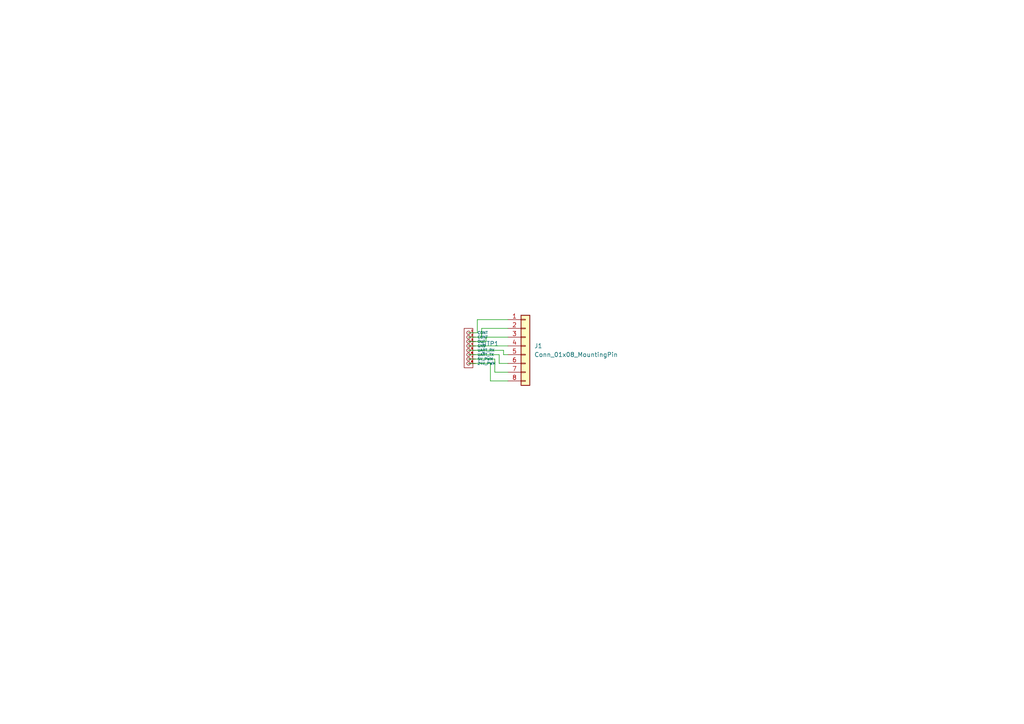
<source format=kicad_sch>
(kicad_sch (version 20250114) (generator "eeschema") (generator_version "9.0")
  (paper "A4")
  (lib_symbols
    (symbol "Connector_Generic:Conn_01x08" (pin_names (offset 1.016) (hide yes))
      (property "Reference" "J" (at 0 10.16 0))
      (property "Value" "Conn_01x08" (at 0 -12.7 0))
      (symbol "Conn_01x08_1_1"
        (rectangle (start -1.27 8.89) (end 1.27 -11.43) (stroke (width 0.254)) (fill (type background)))
        (rectangle (start -1.27 7.747) (end 0 7.493) (stroke (width 0.1524)))
        (rectangle (start -1.27 5.207) (end 0 4.953) (stroke (width 0.1524)))
        (rectangle (start -1.27 2.667) (end 0 2.413) (stroke (width 0.1524)))
        (rectangle (start -1.27 0.127) (end 0 -0.127) (stroke (width 0.1524)))
        (rectangle (start -1.27 -2.413) (end 0 -2.667) (stroke (width 0.1524)))
        (rectangle (start -1.27 -4.953) (end 0 -5.207) (stroke (width 0.1524)))
        (rectangle (start -1.27 -7.493) (end 0 -7.747) (stroke (width 0.1524)))
        (rectangle (start -1.27 -10.033) (end 0 -10.287) (stroke (width 0.1524)))
        (pin passive line (at -5.08 7.62 0) (length 3.81) (name "Pin_1") (number "1"))
        (pin passive line (at -5.08 5.08 0) (length 3.81) (name "Pin_2") (number "2"))
        (pin passive line (at -5.08 2.54 0) (length 3.81) (name "Pin_3") (number "3"))
        (pin passive line (at -5.08 0 0) (length 3.81) (name "Pin_4") (number "4"))
        (pin passive line (at -5.08 -2.54 0) (length 3.81) (name "Pin_5") (number "5"))
        (pin passive line (at -5.08 -5.08 0) (length 3.81) (name "Pin_6") (number "6"))
        (pin passive line (at -5.08 -7.62 0) (length 3.81) (name "Pin_7") (number "7"))
        (pin passive line (at -5.08 -10.16 0) (length 3.81) (name "Pin_8") (number "8"))
      )
    )
    (symbol "tailplug:Tailplug_Female"
      (property "Reference" "UTP1" (at 0 0 0))
      (symbol "Tailplug_Female_0_1"
        (rectangle (start -1.27 -1.27) (end 1.27 -12.7))
        (circle (center 0 -2.54) (radius 0.508))
        (circle (center 0 -3.81) (radius 0.508))
        (circle (center 0 -5.08) (radius 0.508))
        (circle (center 0 -6.35) (radius 0.508))
        (circle (center 0 -7.62) (radius 0.508))
        (circle (center 0 -8.89) (radius 0.508))
        (circle (center 0 -10.16) (radius 0.508))
        (circle (center 0 -11.43) (radius 0.508))
      )
      (symbol "Tailplug_Female_1_1"
        (pin bidirectional line (at 0 -2.54 0) (length 2.032) (name "CONT") (number "1"))
        (pin bidirectional line (at 0 -3.81 0) (length 2.032) (name "CONT") (number "2"))
        (pin output line (at 0 -5.08 0) (length 2.032) (name "OUT") (number "3"))
        (pin power_in line (at 0 -6.35 0) (length 2.032) (name "GND") (number "4"))
        (pin output line (at 0 -7.62 0) (length 2.032) (name "UART_RX") (number "5"))
        (pin input line (at 0 -8.89 0) (length 2.032) (name "UART_TX") (number "6"))
        (pin power_in line (at 0 -10.16 0) (length 2.032) (name "5V_PWM") (number "7"))
        (pin power_in line (at 0 -11.43 0) (length 2.032) (name "24V_PWM") (number "8"))
      )
    )
  )
  (wire (pts (xy 144.78 105.41) (xy 147.32 105.41)))
  (wire (pts (xy 135.89 104.14) (xy 143.51 104.14)))
  (wire (pts (xy 143.51 104.14) (xy 143.51 107.95)))
  (wire (pts (xy 139.7 97.79) (xy 139.7 95.25)))
  (wire (pts (xy 144.78 102.87) (xy 144.78 105.41)))
  (wire (pts (xy 146.05 102.87) (xy 147.32 102.87)))
  (wire (pts (xy 138.43 92.71) (xy 147.32 92.71)))
  (wire (pts (xy 138.43 96.52) (xy 138.43 92.71)))
  (wire (pts (xy 140.97 97.79) (xy 147.32 97.79)))
  (wire (pts (xy 135.89 105.41) (xy 142.24 105.41)))
  (wire (pts (xy 140.97 99.06) (xy 140.97 97.79)))
  (wire (pts (xy 135.89 97.79) (xy 139.7 97.79)))
  (wire (pts (xy 142.24 110.49) (xy 147.32 110.49)))
  (wire (pts (xy 135.89 96.52) (xy 138.43 96.52)))
  (wire (pts (xy 139.7 95.25) (xy 147.32 95.25)))
  (wire (pts (xy 135.89 100.33) (xy 147.32 100.33)))
  (wire (pts (xy 135.89 101.6) (xy 146.05 101.6)))
  (wire (pts (xy 135.89 99.06) (xy 140.97 99.06)))
  (wire (pts (xy 146.05 101.6) (xy 146.05 102.87)))
  (wire (pts (xy 135.89 102.87) (xy 144.78 102.87)))
  (wire (pts (xy 142.24 105.41) (xy 142.24 110.49)))
  (wire (pts (xy 143.51 107.95) (xy 147.32 107.95)))
  (symbol (lib_id "tailplug:Tailplug_Female") (at 135.89 93.98 0) (unit 1)
    (property "Reference" "UTP1" (at 139.7 99.6949 0) (effects (justify left)))
    (property "Value" "~" (at 139.7 102.2349 0) (effects (justify left)))
    (property "Footprint" "tailplug:Tailplug_Female" (effects (hide yes)))
  )
  (symbol (lib_id "Connector_Generic:Conn_01x08") (at 152.4 100.33 0) (unit 1)
    (property "Reference" "J1" (at 154.94 100.3299 0) (effects (justify left)))
    (property "Value" "Conn_01x08_MountingPin" (at 154.94 102.8699 0) (effects (justify left)))
    (property "Footprint" "Connector_JST:JST_PH_S8B-PH-K_1x08_P2.00mm_Horizontal" (effects (hide yes)))
    (property "Description" "Generic connector, single row, 01x08, script generated (kicad-library-utils/schlib/autogen/connector/)" (effects (hide yes)))
  )
)
</source>
